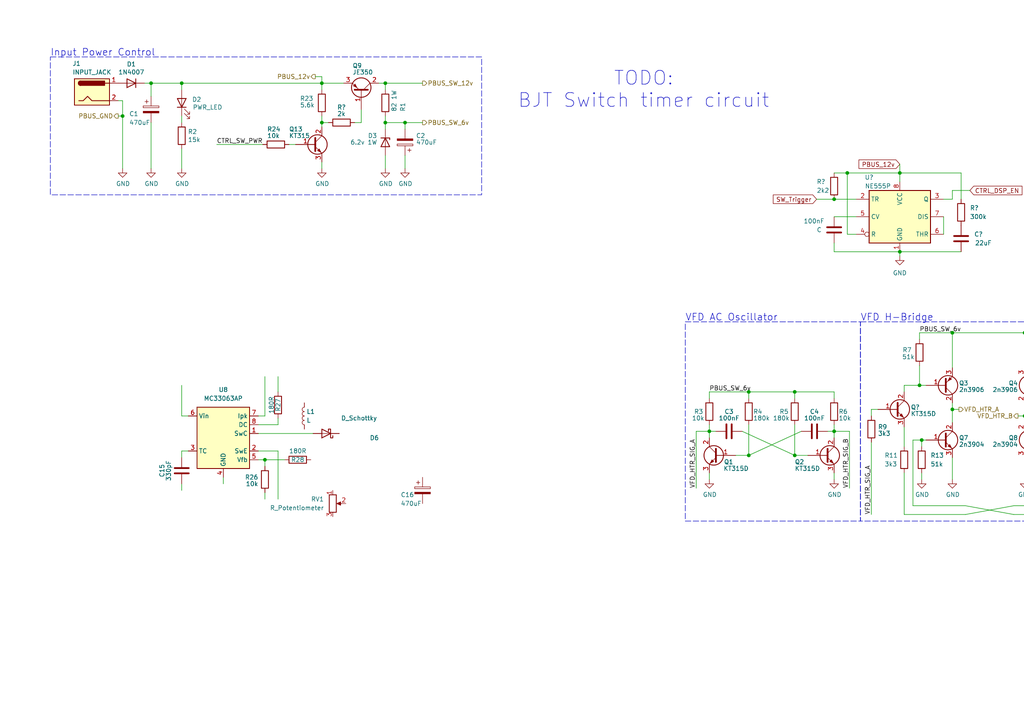
<source format=kicad_sch>
(kicad_sch (version 20250114) (generator "eeschema") (generator_version "9.0")
  (paper "A4")
  (title_block (title "IV-6 VFD Clock") (date "2025-07-06") (rev "MkII") (company "ADBeta"))
  (lib_symbols
    (symbol "Connector:Barrel_Jack" (pin_names (offset 1.016))
      (property "Reference" "J" (at 0 5.334 0))
      (property "Value" "Barrel_Jack" (at 0 -5.08 0))
      (symbol "Barrel_Jack_0_1"
        (rectangle (start -5.08 3.81) (end 5.08 -3.81) (stroke (width 0.254)) (fill (type background)))
        (polyline (pts (xy -3.81 -2.54) (xy -2.54 -2.54) (xy -1.27 -1.27) (xy 0 -2.54) (xy 2.54 -2.54) (xy 5.08 -2.54)) (stroke (width 0.254)))
        (arc (start -3.302 1.905) (mid -3.9342 2.54) (end -3.302 3.175) (stroke (width 0.254)))
        (arc (start -3.302 1.905) (mid -3.9342 2.54) (end -3.302 3.175) (stroke (width 0.254)) (fill (type outline)))
        (rectangle (start 3.683 3.175) (end -3.302 1.905) (stroke (width 0.254)) (fill (type outline)))
        (polyline (pts (xy 5.08 2.54) (xy 3.81 2.54)) (stroke (width 0.254)))
      )
      (symbol "Barrel_Jack_1_1"
        (pin passive line (at 7.62 2.54 180) (length 2.54) (name "~") (number "1"))
        (pin passive line (at 7.62 -2.54 180) (length 2.54) (name "~") (number "2"))
      )
    )
    (symbol "Device:C" (pin_numbers (hide yes)) (pin_names (offset 0.254))
      (property "Reference" "C" (at 0.635 2.54 0))
      (property "Value" "C" (at 0.635 -2.54 0))
      (symbol "C_0_1"
        (polyline (pts (xy -2.032 0.762) (xy 2.032 0.762)) (stroke (width 0.508)))
        (polyline (pts (xy -2.032 -0.762) (xy 2.032 -0.762)) (stroke (width 0.508)))
      )
      (symbol "C_1_1"
        (pin passive line (at 0 3.81 270) (length 2.794) (name "~") (number "1"))
        (pin passive line (at 0 -3.81 90) (length 2.794) (name "~") (number "2"))
      )
    )
    (symbol "Device:CP" (pin_numbers (hide yes)) (pin_names (offset 0.254))
      (property "Reference" "C" (at 0.635 2.54 0))
      (property "Value" "Device_CP" (at 0.635 -2.54 0))
      (symbol "CP_0_1"
        (rectangle (start -2.286 0.508) (end 2.286 1.016))
        (polyline (pts (xy -1.778 2.286) (xy -0.762 2.286)))
        (polyline (pts (xy -1.27 2.794) (xy -1.27 1.778)))
        (rectangle (start 2.286 -0.508) (end -2.286 -1.016) (fill (type outline)))
      )
      (symbol "CP_1_1"
        (pin passive line (at 0 3.81 270) (length 2.794) (name "~") (number "1"))
        (pin passive line (at 0 -3.81 90) (length 2.794) (name "~") (number "2"))
      )
    )
    (symbol "Device:D" (pin_numbers (hide yes)) (pin_names (offset 1.016) (hide yes))
      (property "Reference" "D" (at 0 2.54 0))
      (property "Value" "D" (at 0 -2.54 0))
      (symbol "D_0_1"
        (polyline (pts (xy -1.27 1.27) (xy -1.27 -1.27)) (stroke (width 0.254)))
        (polyline (pts (xy 1.27 1.27) (xy 1.27 -1.27) (xy -1.27 0) (xy 1.27 1.27)) (stroke (width 0.254)))
        (polyline (pts (xy 1.27 0) (xy -1.27 0)))
      )
      (symbol "D_1_1"
        (pin passive line (at -3.81 0 0) (length 2.54) (name "K") (number "1"))
        (pin passive line (at 3.81 0 180) (length 2.54) (name "A") (number "2"))
      )
    )
    (symbol "Device:D_Schottky" (pin_numbers (hide yes)) (pin_names (offset 1.016) (hide yes))
      (property "Reference" "D" (at 0 2.54 0))
      (property "Value" "D_Schottky" (at 0 -2.54 0))
      (symbol "D_Schottky_0_1"
        (polyline (pts (xy -1.905 0.635) (xy -1.905 1.27) (xy -1.27 1.27) (xy -1.27 -1.27) (xy -0.635 -1.27) (xy -0.635 -0.635)) (stroke (width 0.254)))
        (polyline (pts (xy 1.27 1.27) (xy 1.27 -1.27) (xy -1.27 0) (xy 1.27 1.27)) (stroke (width 0.254)))
        (polyline (pts (xy 1.27 0) (xy -1.27 0)))
      )
      (symbol "D_Schottky_1_1"
        (pin passive line (at -3.81 0 0) (length 2.54) (name "K") (number "1"))
        (pin passive line (at 3.81 0 180) (length 2.54) (name "A") (number "2"))
      )
    )
    (symbol "Device:D_Zener" (pin_numbers (hide yes)) (pin_names (offset 1.016) (hide yes))
      (property "Reference" "D" (at 0 2.54 0))
      (property "Value" "D_Zener" (at 0 -2.54 0))
      (symbol "D_Zener_0_1"
        (polyline (pts (xy -1.27 -1.27) (xy -1.27 1.27) (xy -0.762 1.27)) (stroke (width 0.254)))
        (polyline (pts (xy 1.27 0) (xy -1.27 0)))
        (polyline (pts (xy 1.27 -1.27) (xy 1.27 1.27) (xy -1.27 0) (xy 1.27 -1.27)) (stroke (width 0.254)))
      )
      (symbol "D_Zener_1_1"
        (pin passive line (at -3.81 0 0) (length 2.54) (name "K") (number "1"))
        (pin passive line (at 3.81 0 180) (length 2.54) (name "A") (number "2"))
      )
    )
    (symbol "Device:L" (pin_numbers (hide yes)) (pin_names (offset 1.016) (hide yes))
      (property "Reference" "L" (at -1.27 0 90))
      (property "Value" "L" (at 1.905 0 90))
      (symbol "L_0_1"
        (arc (start 0 2.54) (mid 0.6323 1.905) (end 0 1.27))
        (arc (start 0 1.27) (mid 0.6323 0.635) (end 0 0))
        (arc (start 0 0) (mid 0.6323 -0.635) (end 0 -1.27))
        (arc (start 0 -1.27) (mid 0.6323 -1.905) (end 0 -2.54))
      )
      (symbol "L_1_1"
        (pin passive line (at 0 3.81 270) (length 1.27) (name "1") (number "1"))
        (pin passive line (at 0 -3.81 90) (length 1.27) (name "2") (number "2"))
      )
    )
    (symbol "Device:LED" (pin_numbers (hide yes)) (pin_names (offset 1.016) (hide yes))
      (property "Reference" "D" (at 0 2.54 0))
      (property "Value" "LED" (at 0 -2.54 0))
      (symbol "LED_0_1"
        (polyline (pts (xy -3.048 -0.762) (xy -4.572 -2.286) (xy -3.81 -2.286) (xy -4.572 -2.286) (xy -4.572 -1.524)))
        (polyline (pts (xy -1.778 -0.762) (xy -3.302 -2.286) (xy -2.54 -2.286) (xy -3.302 -2.286) (xy -3.302 -1.524)))
        (polyline (pts (xy -1.27 0) (xy 1.27 0)))
        (polyline (pts (xy -1.27 -1.27) (xy -1.27 1.27)) (stroke (width 0.254)))
        (polyline (pts (xy 1.27 -1.27) (xy 1.27 1.27) (xy -1.27 0) (xy 1.27 -1.27)) (stroke (width 0.254)))
      )
      (symbol "LED_1_1"
        (pin passive line (at -3.81 0 0) (length 2.54) (name "K") (number "1"))
        (pin passive line (at 3.81 0 180) (length 2.54) (name "A") (number "2"))
      )
    )
    (symbol "Device:Q_NPN_BCE" (pin_names (offset 0) (hide yes))
      (property "Reference" "Q" (at 5.08 1.27 0))
      (property "Value" "Q_NPN_BCE" (at 5.08 -1.27 0))
      (symbol "Q_NPN_BCE_0_1"
        (polyline (pts (xy 0.635 1.905) (xy 0.635 -1.905) (xy 0.635 -1.905)) (stroke (width 0.508)))
        (polyline (pts (xy 0.635 0.635) (xy 2.54 2.54)))
        (polyline (pts (xy 0.635 -0.635) (xy 2.54 -2.54) (xy 2.54 -2.54)))
        (circle (center 1.27 0) (radius 2.8194) (stroke (width 0.254)))
        (polyline (pts (xy 1.27 -1.778) (xy 1.778 -1.27) (xy 2.286 -2.286) (xy 1.27 -1.778) (xy 1.27 -1.778)) (fill (type outline)))
      )
      (symbol "Q_NPN_BCE_1_1"
        (pin input line (at -5.08 0 0) (length 5.715) (name "B") (number "1"))
        (pin passive line (at 2.54 5.08 270) (length 2.54) (name "C") (number "2"))
        (pin passive line (at 2.54 -5.08 90) (length 2.54) (name "E") (number "3"))
      )
    )
    (symbol "Device:Q_PNP_BCE" (pin_names (offset 0) (hide yes))
      (property "Reference" "Q" (at 5.08 1.27 0))
      (property "Value" "Q_PNP_BCE" (at 5.08 -1.27 0))
      (symbol "Q_PNP_BCE_0_1"
        (polyline (pts (xy 0.635 1.905) (xy 0.635 -1.905) (xy 0.635 -1.905)) (stroke (width 0.508)))
        (polyline (pts (xy 0.635 0.635) (xy 2.54 2.54)))
        (polyline (pts (xy 0.635 -0.635) (xy 2.54 -2.54) (xy 2.54 -2.54)))
        (circle (center 1.27 0) (radius 2.8194) (stroke (width 0.254)))
        (polyline (pts (xy 2.286 -1.778) (xy 1.778 -2.286) (xy 1.27 -1.27) (xy 2.286 -1.778) (xy 2.286 -1.778)) (fill (type outline)))
      )
      (symbol "Q_PNP_BCE_1_1"
        (pin input line (at -5.08 0 0) (length 5.715) (name "B") (number "1"))
        (pin passive line (at 2.54 5.08 270) (length 2.54) (name "C") (number "2"))
        (pin passive line (at 2.54 -5.08 90) (length 2.54) (name "E") (number "3"))
      )
    )
    (symbol "Device:R" (pin_numbers (hide yes)) (pin_names (offset 0))
      (property "Reference" "R" (at 2.032 0 90))
      (property "Value" "R" (at 0 0 90))
      (symbol "R_0_1"
        (rectangle (start -1.016 -2.54) (end 1.016 2.54) (stroke (width 0.254)))
      )
      (symbol "R_1_1"
        (pin passive line (at 0 3.81 270) (length 1.27) (name "~") (number "1"))
        (pin passive line (at 0 -3.81 90) (length 1.27) (name "~") (number "2"))
      )
    )
    (symbol "Device:R_Potentiometer" (pin_names (offset 1.016) (hide yes))
      (property "Reference" "RV" (at -4.445 0 90))
      (property "Value" "R_Potentiometer" (at -2.54 0 90))
      (symbol "R_Potentiometer_0_1"
        (rectangle (start 1.016 2.54) (end -1.016 -2.54) (stroke (width 0.254)))
        (polyline (pts (xy 1.143 0) (xy 2.286 0.508) (xy 2.286 -0.508) (xy 1.143 0)) (fill (type outline)))
        (polyline (pts (xy 2.54 0) (xy 1.524 0)))
      )
      (symbol "R_Potentiometer_1_1"
        (pin passive line (at 0 3.81 270) (length 1.27) (name "1") (number "1"))
        (pin passive line (at 0 -3.81 90) (length 1.27) (name "3") (number "3"))
        (pin passive line (at 3.81 0 180) (length 1.27) (name "2") (number "2"))
      )
    )
    (symbol "Regulator_Switching:MC33063AP"
      (property "Reference" "U" (at -7.62 8.89 0))
      (property "Value" "MC33063AP" (at 0 8.89 0))
      (symbol "MC33063AP_0_1"
        (rectangle (start -7.62 7.62) (end 7.62 -10.16) (stroke (width 0.254)) (fill (type background)))
      )
      (symbol "MC33063AP_1_1"
        (pin power_in line (at -10.16 5.08 0) (length 2.54) (name "Vin") (number "6"))
        (pin passive line (at -10.16 -5.08 0) (length 2.54) (name "TC") (number "3"))
        (pin power_in line (at 0 -12.7 90) (length 2.54) (name "GND") (number "4"))
        (pin input line (at 10.16 5.08 180) (length 2.54) (name "Ipk") (number "7"))
        (pin open_collector line (at 10.16 2.54 180) (length 2.54) (name "DC") (number "8"))
        (pin open_collector line (at 10.16 0 180) (length 2.54) (name "SwC") (number "1"))
        (pin open_emitter line (at 10.16 -5.08 180) (length 2.54) (name "SwE") (number "2"))
        (pin input line (at 10.16 -7.62 180) (length 2.54) (name "Vfb") (number "5"))
      )
    )
    (symbol "Timer:NE555P"
      (property "Reference" "U" (at -10.16 8.89 0))
      (property "Value" "NE555P" (at 2.54 8.89 0))
      (symbol "NE555P_0_0"
        (pin power_in line (at 0 10.16 270) (length 2.54) (name "VCC") (number "8"))
        (pin power_in line (at 0 -10.16 90) (length 2.54) (name "GND") (number "1"))
      )
      (symbol "NE555P_0_1"
        (rectangle (start -8.89 -7.62) (end 8.89 7.62) (stroke (width 0.254)) (fill (type background)))
        (rectangle (start -8.89 -7.62) (end 8.89 7.62) (stroke (width 0.254)) (fill (type background)))
      )
      (symbol "NE555P_1_1"
        (pin input line (at -12.7 5.08 0) (length 3.81) (name "TR") (number "2"))
        (pin input line (at -12.7 0 0) (length 3.81) (name "CV") (number "5"))
        (pin input inverted (at -12.7 -5.08 0) (length 3.81) (name "R") (number "4"))
        (pin output line (at 12.7 5.08 180) (length 3.81) (name "Q") (number "3"))
        (pin input line (at 12.7 0 180) (length 3.81) (name "DIS") (number "7"))
        (pin input line (at 12.7 -5.08 180) (length 3.81) (name "THR") (number "6"))
      )
    )
    (symbol "power:GND" (power) (pin_names (offset 0))
      (property "Value" "GND" (at 0 -3.81 0))
      (symbol "GND_0_1"
        (polyline (pts (xy 0 0) (xy 0 -1.27) (xy 1.27 -1.27) (xy 0 -2.54) (xy -1.27 -1.27) (xy 0 -1.27)))
      )
      (symbol "GND_1_1"
        (pin power_in line (at 0 0 270) (length 0) (hide yes) (name "GND") (number "1"))
      )
    )
  )
  (rectangle (start 198.755 93.345) (end 249.555 151.13) (stroke (width 0) (type dash)))
  (rectangle (start 249.555 93.345) (end 323.85 151.13) (stroke (width 0) (type dash)))
  (rectangle (start 14.605 16.51) (end 139.7 56.515) (stroke (width 0) (type dash)))
  (text "VFD AC Oscillator" (at 198.755 93.345 0) (effects (font (size 2 2)) (justify left bottom)))
  (text "TODO:\nBJT Switch timer circuit" (at 186.69 26.035 0) (effects (font (size 4 4))))
  (text "VFD H-Bridge" (at 249.555 93.345 0) (effects (font (size 2 2)) (justify left bottom)))
  (text "Input Power Control" (at 14.605 16.51 0) (effects (font (size 2 2)) (justify left bottom)))
  (junction (at 76.835 133.35))
  (junction (at 93.345 24.13))
  (junction (at 230.505 113.665))
  (junction (at 217.17 113.665))
  (junction (at 306.07 127.635))
  (junction (at 297.18 120.65))
  (junction (at 276.225 118.745))
  (junction (at 260.985 73.025))
  (junction (at 241.935 125.095))
  (junction (at 35.56 33.655))
  (junction (at 43.815 24.13))
  (junction (at 266.7 111.76))
  (junction (at 205.74 125.095))
  (junction (at 297.18 96.52))
  (junction (at 260.985 50.165))
  (junction (at 245.745 50.165))
  (junction (at 117.475 35.56))
  (junction (at 241.935 57.785))
  (junction (at 111.76 24.13))
  (junction (at 93.345 35.56))
  (junction (at 111.76 35.56))
  (junction (at 267.335 127.635))
  (junction (at 52.705 24.13))
  (junction (at 276.225 96.52))
  (junction (at 306.705 111.76))
  (junction (at 230.505 132.08))
  (junction (at 217.17 132.08))
  (wire (pts (xy 111.76 35.56) (xy 117.475 35.56)))
  (wire (pts (xy 320.675 128.27) (xy 320.675 149.225)))
  (wire (pts (xy 91.44 22.225) (xy 93.345 22.225)))
  (wire (pts (xy 35.56 29.21) (xy 34.29 29.21)))
  (wire (pts (xy 111.76 45.085) (xy 111.76 48.895)))
  (wire (pts (xy 234.315 132.08) (xy 230.505 132.08)))
  (wire (pts (xy 41.91 24.13) (xy 43.815 24.13)))
  (wire (pts (xy 311.15 149.225) (xy 311.15 137.16)))
  (wire (pts (xy 241.935 123.19) (xy 241.935 125.095)))
  (wire (pts (xy 240.03 125.095) (xy 241.935 125.095)))
  (wire (pts (xy 43.815 24.13) (xy 43.815 27.94)))
  (wire (pts (xy 205.74 113.665) (xy 205.74 115.57)))
  (wire (pts (xy 52.705 35.56) (xy 52.705 33.655)))
  (wire (pts (xy 297.18 96.52) (xy 306.705 96.52)))
  (wire (pts (xy 93.345 36.83) (xy 93.345 35.56)))
  (wire (pts (xy 266.7 106.045) (xy 266.7 111.76)))
  (wire (pts (xy 76.835 142.875) (xy 76.835 144.78)))
  (wire (pts (xy 267.335 129.54) (xy 267.335 127.635)))
  (wire (pts (xy 246.38 141.605) (xy 246.38 125.095)))
  (wire (pts (xy 52.705 140.335) (xy 52.705 142.24)))
  (wire (pts (xy 304.8 111.76) (xy 306.705 111.76)))
  (wire (pts (xy 109.855 24.13) (xy 111.76 24.13)))
  (wire (pts (xy 306.705 106.045) (xy 306.705 111.76)))
  (wire (pts (xy 297.18 132.715) (xy 297.18 139.065)))
  (wire (pts (xy 276.225 57.785) (xy 276.225 55.245)))
  (wire (pts (xy 241.935 113.665) (xy 241.935 115.57)))
  (wire (pts (xy 241.935 57.785) (xy 248.285 57.785)))
  (wire (pts (xy 297.18 120.65) (xy 297.18 122.555)))
  (wire (pts (xy 217.17 123.19) (xy 217.17 132.08)))
  (wire (pts (xy 241.935 62.865) (xy 248.285 62.865)))
  (wire (pts (xy 262.255 111.76) (xy 266.7 111.76)))
  (wire (pts (xy 201.93 125.095) (xy 205.74 125.095)))
  (wire (pts (xy 280.035 146.685) (xy 264.795 146.685)))
  (wire (pts (xy 52.705 111.76) (xy 52.705 120.65)))
  (wire (pts (xy 246.38 125.095) (xy 241.935 125.095)))
  (wire (pts (xy 295.275 120.65) (xy 297.18 120.65)))
  (wire (pts (xy 93.345 22.225) (xy 93.345 24.13)))
  (wire (pts (xy 64.77 138.43) (xy 64.77 140.335)))
  (wire (pts (xy 306.705 96.52) (xy 306.705 98.425)))
  (wire (pts (xy 276.225 96.52) (xy 276.225 106.68)))
  (wire (pts (xy 76.835 133.35) (xy 82.55 133.35)))
  (wire (pts (xy 74.93 120.65) (xy 76.835 120.65)))
  (wire (pts (xy 245.745 50.165) (xy 245.745 67.945)))
  (wire (pts (xy 273.685 57.785) (xy 276.225 57.785)))
  (wire (pts (xy 306.07 129.54) (xy 306.07 127.635)))
  (wire (pts (xy 308.61 127.635) (xy 306.07 127.635)))
  (wire (pts (xy 117.475 35.56) (xy 122.555 35.56)))
  (wire (pts (xy 266.7 96.52) (xy 276.225 96.52)))
  (wire (pts (xy 215.265 125.095) (xy 230.505 132.08)))
  (wire (pts (xy 93.345 24.13) (xy 99.695 24.13)))
  (wire (pts (xy 93.345 26.035) (xy 93.345 24.13)))
  (wire (pts (xy 267.335 139.065) (xy 267.335 137.16)))
  (wire (pts (xy 117.475 45.085) (xy 117.475 48.895)))
  (wire (pts (xy 278.765 57.785) (xy 278.765 50.165)))
  (wire (pts (xy 262.255 137.16) (xy 262.255 149.225)))
  (wire (pts (xy 276.225 96.52) (xy 297.18 96.52)))
  (wire (pts (xy 35.56 33.655) (xy 35.56 48.895)))
  (wire (pts (xy 52.705 130.81) (xy 52.705 132.715)))
  (wire (pts (xy 262.255 113.665) (xy 262.255 111.76)))
  (wire (pts (xy 74.93 130.81) (xy 80.645 130.81)))
  (wire (pts (xy 205.74 139.065) (xy 205.74 137.16)))
  (wire (pts (xy 43.815 35.56) (xy 43.815 48.895)))
  (wire (pts (xy 241.935 127) (xy 241.935 125.095)))
  (wire (pts (xy 294.005 149.225) (xy 280.035 146.685)))
  (wire (pts (xy 252.73 120.65) (xy 252.73 118.745)))
  (wire (pts (xy 52.705 26.035) (xy 52.705 24.13)))
  (wire (pts (xy 311.15 123.825) (xy 311.15 129.54)))
  (wire (pts (xy 111.76 24.13) (xy 111.76 26.035)))
  (wire (pts (xy 111.76 33.655) (xy 111.76 35.56)))
  (wire (pts (xy 276.225 118.745) (xy 278.13 118.745)))
  (wire (pts (xy 306.07 139.065) (xy 306.07 137.16)))
  (wire (pts (xy 232.41 125.095) (xy 217.17 132.08)))
  (wire (pts (xy 76.835 133.35) (xy 76.835 135.255)))
  (wire (pts (xy 62.865 41.91) (xy 76.2 41.91)))
  (wire (pts (xy 241.935 50.165) (xy 245.745 50.165)))
  (wire (pts (xy 260.985 50.165) (xy 260.985 52.705)))
  (wire (pts (xy 35.56 29.21) (xy 35.56 33.655)))
  (wire (pts (xy 104.775 31.75) (xy 104.775 35.56)))
  (wire (pts (xy 93.345 48.895) (xy 93.345 46.99)))
  (wire (pts (xy 230.505 113.665) (xy 230.505 115.57)))
  (wire (pts (xy 93.345 35.56) (xy 93.345 33.655)))
  (wire (pts (xy 230.505 123.19) (xy 230.505 132.08)))
  (wire (pts (xy 252.73 118.745) (xy 254.635 118.745)))
  (wire (pts (xy 266.7 96.52) (xy 266.7 98.425)))
  (wire (pts (xy 278.765 50.165) (xy 260.985 50.165)))
  (wire (pts (xy 230.505 113.665) (xy 217.17 113.665)))
  (wire (pts (xy 43.815 24.13) (xy 52.705 24.13)))
  (wire (pts (xy 308.61 146.685) (xy 308.61 127.635)))
  (wire (pts (xy 74.93 133.35) (xy 76.835 133.35)))
  (wire (pts (xy 201.93 141.605) (xy 201.93 125.095)))
  (wire (pts (xy 230.505 113.665) (xy 241.935 113.665)))
  (wire (pts (xy 205.74 113.665) (xy 217.17 113.665)))
  (wire (pts (xy 311.15 111.76) (xy 311.15 113.665)))
  (wire (pts (xy 294.005 146.685) (xy 308.61 146.685)))
  (wire (pts (xy 83.82 41.91) (xy 85.725 41.91)))
  (wire (pts (xy 306.705 111.76) (xy 311.15 111.76)))
  (wire (pts (xy 213.36 132.08) (xy 217.17 132.08)))
  (wire (pts (xy 297.18 96.52) (xy 297.18 106.68)))
  (wire (pts (xy 297.18 116.84) (xy 297.18 120.65)))
  (wire (pts (xy 276.225 116.84) (xy 276.225 118.745)))
  (wire (pts (xy 260.985 47.625) (xy 260.985 50.165)))
  (wire (pts (xy 207.645 125.095) (xy 205.74 125.095)))
  (wire (pts (xy 320.675 118.745) (xy 318.77 118.745)))
  (wire (pts (xy 248.285 67.945) (xy 245.745 67.945)))
  (wire (pts (xy 111.76 35.56) (xy 111.76 37.465)))
  (wire (pts (xy 74.93 125.73) (xy 90.805 125.73)))
  (wire (pts (xy 34.29 33.655) (xy 35.56 33.655)))
  (wire (pts (xy 245.745 50.165) (xy 260.985 50.165)))
  (wire (pts (xy 266.7 111.76) (xy 268.605 111.76)))
  (wire (pts (xy 262.255 123.825) (xy 262.255 129.54)))
  (wire (pts (xy 241.935 139.065) (xy 241.935 137.16)))
  (wire (pts (xy 262.255 149.225) (xy 280.035 149.225)))
  (wire (pts (xy 74.93 123.19) (xy 80.645 123.19)))
  (wire (pts (xy 95.25 35.56) (xy 93.345 35.56)))
  (wire (pts (xy 260.985 73.025) (xy 260.985 74.295)))
  (wire (pts (xy 280.035 149.225) (xy 294.005 146.685)))
  (wire (pts (xy 217.17 113.665) (xy 217.17 115.57)))
  (wire (pts (xy 264.795 127.635) (xy 267.335 127.635)))
  (wire (pts (xy 80.645 130.81) (xy 80.645 144.78)))
  (wire (pts (xy 80.645 123.19) (xy 80.645 121.285)))
  (wire (pts (xy 52.705 48.895) (xy 52.705 43.18)))
  (wire (pts (xy 54.61 120.65) (xy 52.705 120.65)))
  (wire (pts (xy 273.685 62.865) (xy 273.685 67.945)))
  (wire (pts (xy 102.87 35.56) (xy 104.775 35.56)))
  (wire (pts (xy 252.73 128.27) (xy 252.73 149.225)))
  (wire (pts (xy 260.985 73.025) (xy 241.935 73.025)))
  (wire (pts (xy 304.8 127.635) (xy 306.07 127.635)))
  (wire (pts (xy 54.61 130.81) (xy 52.705 130.81)))
  (wire (pts (xy 76.835 109.22) (xy 76.835 120.65)))
  (wire (pts (xy 320.675 120.65) (xy 320.675 118.745)))
  (wire (pts (xy 267.335 127.635) (xy 268.605 127.635)))
  (wire (pts (xy 205.74 127) (xy 205.74 125.095)))
  (wire (pts (xy 276.225 118.745) (xy 276.225 122.555)))
  (wire (pts (xy 264.795 146.685) (xy 264.795 127.635)))
  (wire (pts (xy 236.855 57.785) (xy 241.935 57.785)))
  (wire (pts (xy 205.74 123.19) (xy 205.74 125.095)))
  (wire (pts (xy 276.225 55.245) (xy 281.305 55.245)))
  (wire (pts (xy 117.475 35.56) (xy 117.475 37.465)))
  (wire (pts (xy 260.985 73.025) (xy 278.765 73.025)))
  (wire (pts (xy 52.705 24.13) (xy 93.345 24.13)))
  (wire (pts (xy 241.935 73.025) (xy 241.935 70.485)))
  (wire (pts (xy 294.005 149.225) (xy 311.15 149.225)))
  (wire (pts (xy 80.645 109.22) (xy 80.645 113.665)))
  (wire (pts (xy 111.76 24.13) (xy 122.555 24.13)))
  (wire (pts (xy 276.225 132.715) (xy 276.225 139.065)))
  (label "CTRL_SW_PWR" (at 62.865 41.91 0))
  (label "PBUS_SW_6v" (at 266.7 96.52 0))
  (label "VFD_HTR_SIG_B" (at 246.38 141.605 90))
  (label "VFD_HTR_SIG_B" (at 320.675 149.225 90))
  (label "VFD_HTR_SIG_A" (at 201.93 141.605 90))
  (label "VFD_HTR_SIG_A" (at 252.73 149.225 90))
  (label "PBUS_SW_6v" (at 205.74 113.665 0))
  (global_label "PBUS_12v" (shape input) (at 260.985 47.625 180) (property "Intersheetrefs" "${INTERSHEET_REFS}" (effects (hide yes))))
  (global_label "CTRL_DSP_EN" (shape input) (at 281.305 55.245 0) (property "Intersheetrefs" "${INTERSHEET_REFS}" (effects (hide yes))))
  (global_label "SW_Trigger" (shape input) (at 236.855 57.785 180) (property "Intersheetrefs" "${INTERSHEET_REFS}" (effects (hide yes))))
  (hierarchical_label "PBUS_SW_6v" (shape output) (at 122.555 35.56 0))
  (hierarchical_label "VFD_HTR_B" (shape output) (at 295.275 120.65 180))
  (hierarchical_label "PBUS_SW_12v" (shape output) (at 122.555 24.13 0))
  (hierarchical_label "VFD_HTR_A" (shape output) (at 278.13 118.745 0))
  (hierarchical_label "PBUS_12v" (shape output) (at 91.44 22.225 180))
  (hierarchical_label "PBUS_GND" (shape output) (at 34.29 33.655 180))
  (symbol (lib_id "Connector:Barrel_Jack") (at 26.67 26.67 0) (unit 1)
    (property "Reference" "J1" (at 22.225 18.415 0))
    (property "Value" "INPUT_JACK" (at 26.67 20.955 0))
  )
  (symbol (lib_id "Device:D") (at 38.1 24.13 180) (unit 1)
    (property "Reference" "D1" (at 38.1 18.6182 0))
    (property "Value" "1N4007" (at 38.1 20.9296 0))
    (property "Footprint" "Diode_THT:D_DO-41_SOD81_P7.62mm_Horizontal" (effects (hide yes)))
  )
  (symbol (lib_id "power:GND") (at 35.56 48.895 0) (unit 1)
    (property "Reference" "#PWR?" (effects (hide yes)))
    (property "Value" "GND" (at 35.687 53.2892 0))
  )
  (symbol (lib_id "Device:LED") (at 52.705 29.845 90) (unit 1)
    (property "Reference" "D2" (at 55.7022 28.8544 90) (effects (justify right)))
    (property "Value" "PWR_LED" (at 55.88 31.115 90) (effects (justify right)))
    (property "Footprint" "LED_THT:LED_D5.0mm" (effects (hide yes)))
  )
  (symbol (lib_id "Device:R") (at 52.705 39.37 0) (unit 1)
    (property "Reference" "R2" (at 54.483 38.2016 0) (effects (justify left)))
    (property "Value" "15k" (at 54.483 40.513 0) (effects (justify left)))
  )
  (symbol (lib_id "Device:CP") (at 43.815 31.75 0) (unit 1)
    (property "Reference" "C1" (at 37.465 33.02 0) (effects (justify left)))
    (property "Value" "470uF" (at 37.465 35.56 0) (effects (justify left)))
  )
  (symbol (lib_id "power:GND") (at 43.815 48.895 0) (unit 1)
    (property "Reference" "#PWR?" (effects (hide yes)))
    (property "Value" "GND" (at 43.942 53.2892 0))
  )
  (symbol (lib_id "power:GND") (at 52.705 48.895 0) (unit 1)
    (property "Reference" "#PWR?" (effects (hide yes)))
    (property "Value" "GND" (at 52.832 53.2892 0))
  )
  (symbol (lib_id "Device:Q_NPN_BCE") (at 273.685 127.635 0) (unit 1)
    (property "Reference" "Q7" (at 278.13 127 0) (effects (justify left)))
    (property "Value" "2n3904" (at 278.13 128.905 0) (effects (justify left)))
    (property "Footprint" "Lib_Custom:KT3xx_BCE_Transistor" (effects (hide yes)))
  )
  (symbol (lib_id "Device:Q_NPN_BCE") (at 299.72 127.635 0) (mirror y) (unit 1)
    (property "Reference" "Q8" (at 295.275 127 0) (effects (justify left)))
    (property "Value" "2n3904" (at 295.275 128.905 0) (effects (justify left)))
    (property "Footprint" "Lib_Custom:KT3xx_BCE_Transistor" (effects (hide yes)))
  )
  (symbol (lib_id "Device:Q_PNP_BCE") (at 299.72 111.76 180) (unit 1)
    (property "Reference" "Q4" (at 295.275 111.125 0) (effects (justify left)))
    (property "Value" "2n3906" (at 295.275 113.03 0) (effects (justify left)))
    (property "Footprint" "Lib_Custom:KT3xx_BCE_Transistor" (effects (hide yes)))
  )
  (symbol (lib_id "Device:Q_PNP_BCE") (at 273.685 111.76 0) (mirror x) (unit 1)
    (property "Reference" "Q3" (at 278.13 111.125 0) (effects (justify left)))
    (property "Value" "2n3906" (at 278.13 113.03 0) (effects (justify left)))
    (property "Footprint" "Lib_Custom:KT3xx_BCE_Transistor" (effects (hide yes)))
  )
  (symbol (lib_id "Device:R") (at 267.335 133.35 0) (unit 1)
    (property "Reference" "R13" (at 269.875 132.08 0) (effects (justify left)))
    (property "Value" "51k" (at 269.875 134.62 0) (effects (justify left)))
  )
  (symbol (lib_id "Device:R") (at 306.07 133.35 0) (unit 1)
    (property "Reference" "R14" (at 300.355 132.08 0) (effects (justify left)))
    (property "Value" "51k" (at 300.355 134.62 0) (effects (justify left)))
  )
  (symbol (lib_id "Device:R") (at 306.705 102.235 0) (unit 1)
    (property "Reference" "R8" (at 308.61 101.6 0) (effects (justify left)))
    (property "Value" "51k" (at 308.483 103.378 0) (effects (justify left)))
  )
  (symbol (lib_id "Device:R") (at 266.7 102.235 0) (unit 1)
    (property "Reference" "R7" (at 261.747 101.4984 0) (effects (justify left)))
    (property "Value" "51k" (at 261.62 103.505 0) (effects (justify left)))
  )
  (symbol (lib_id "power:GND") (at 276.225 139.065 0) (unit 1)
    (property "Reference" "#PWR?" (effects (hide yes)))
    (property "Value" "GND" (at 276.352 143.4592 0))
  )
  (symbol (lib_id "power:GND") (at 267.335 139.065 0) (unit 1)
    (property "Reference" "#PWR?" (effects (hide yes)))
    (property "Value" "GND" (at 267.462 143.4592 0))
  )
  (symbol (lib_id "power:GND") (at 297.18 139.065 0) (unit 1)
    (property "Reference" "#PWR?" (effects (hide yes)))
    (property "Value" "GND" (at 297.307 143.4592 0))
  )
  (symbol (lib_id "power:GND") (at 306.07 139.065 0) (unit 1)
    (property "Reference" "#PWR?" (effects (hide yes)))
    (property "Value" "GND" (at 306.197 143.4592 0))
  )
  (symbol (lib_id "Device:R") (at 262.255 133.35 0) (unit 1)
    (property "Reference" "R11" (at 256.54 132.08 0) (effects (justify left)))
    (property "Value" "3k3" (at 256.54 134.62 0) (effects (justify left)))
  )
  (symbol (lib_id "Device:R") (at 311.15 133.35 0) (unit 1)
    (property "Reference" "R12" (at 312.928 132.1816 0) (effects (justify left)))
    (property "Value" "3k3" (at 312.928 134.493 0) (effects (justify left)))
  )
  (symbol (lib_id "Device:R") (at 320.675 124.46 180) (unit 1)
    (property "Reference" "R10" (at 318.77 123.825 0) (effects (justify left)))
    (property "Value" "3k3" (at 318.77 125.73 0) (effects (justify left)))
  )
  (symbol (lib_id "Device:R") (at 252.73 124.46 0) (mirror y) (unit 1)
    (property "Reference" "R9" (at 254.635 123.825 0) (effects (justify right)))
    (property "Value" "3k3" (at 254.635 125.73 0) (effects (justify right)))
  )
  (symbol (lib_id "Device:Q_NPN_BCE") (at 239.395 132.08 0) (unit 1)
    (property "Reference" "Q2" (at 230.505 133.985 0) (effects (justify left)))
    (property "Value" "KT315D" (at 230.505 135.89 0) (effects (justify left)))
    (property "Footprint" "Lib_Custom:KT3xx_BCE_Transistor" (effects (hide yes)))
  )
  (symbol (lib_id "Device:Q_NPN_BCE") (at 208.28 132.08 0) (mirror y) (unit 1)
    (property "Reference" "Q1" (at 212.725 133.985 0) (effects (justify left)))
    (property "Value" "KT315D" (at 217.17 135.89 0) (effects (justify left)))
    (property "Footprint" "Lib_Custom:KT3xx_BCE_Transistor" (effects (hide yes)))
  )
  (symbol (lib_id "Device:R") (at 230.505 119.38 0) (mirror y) (unit 1)
    (property "Reference" "R5" (at 226.06 119.38 0) (effects (justify right)))
    (property "Value" "180k" (at 224.155 121.285 0) (effects (justify right)))
  )
  (symbol (lib_id "Device:R") (at 217.17 119.38 180) (unit 1)
    (property "Reference" "R4" (at 218.44 119.38 0) (effects (justify right)))
    (property "Value" "180k" (at 218.44 121.285 0) (effects (justify right)))
  )
  (symbol (lib_id "Device:R") (at 241.935 119.38 0) (unit 1)
    (property "Reference" "R6" (at 243.205 119.38 0) (effects (justify left)))
    (property "Value" "10k" (at 243.205 121.285 0) (effects (justify left)))
  )
  (symbol (lib_id "Device:R") (at 205.74 119.38 0) (unit 1)
    (property "Reference" "R3" (at 201.295 119.38 0) (effects (justify left)))
    (property "Value" "10k" (at 200.66 121.285 0) (effects (justify left)))
  )
  (symbol (lib_id "power:GND") (at 205.74 139.065 0) (unit 1)
    (property "Reference" "#PWR?" (effects (hide yes)))
    (property "Value" "GND" (at 205.867 143.4592 0))
  )
  (symbol (lib_id "power:GND") (at 241.935 139.065 0) (unit 1)
    (property "Reference" "#PWR?" (effects (hide yes)))
    (property "Value" "GND" (at 242.062 143.4592 0))
  )
  (symbol (lib_id "Device:C") (at 236.22 125.095 270) (unit 1)
    (property "Reference" "C4" (at 236.22 119.38 90))
    (property "Value" "100nF" (at 236.22 121.285 90))
    (property "Footprint" "Capacitor_THT:C_Disc_D5.0mm_W2.5mm_P2.50mm" (effects (hide yes)))
  )
  (symbol (lib_id "Device:C") (at 211.455 125.095 270) (unit 1)
    (property "Reference" "C3" (at 211.455 119.38 90))
    (property "Value" "100nF" (at 211.455 121.285 90))
    (property "Footprint" "Capacitor_THT:C_Disc_D5.0mm_W2.5mm_P2.50mm" (effects (hide yes)))
  )
  (symbol (lib_id "Device:Q_NPN_BCE") (at 90.805 41.91 0) (unit 1)
    (property "Reference" "Q13" (at 83.82 37.465 0) (effects (justify left)))
    (property "Value" "KT315" (at 83.82 39.37 0) (effects (justify left)))
  )
  (symbol (lib_id "Device:R") (at 93.345 29.845 0) (unit 1)
    (property "Reference" "R23" (at 86.995 28.575 0) (effects (justify left)))
    (property "Value" "5.6k" (at 86.995 30.48 0) (effects (justify left)))
  )
  (symbol (lib_id "power:GND") (at 93.345 48.895 0) (unit 1)
    (property "Reference" "#PWR?" (effects (hide yes)))
    (property "Value" "GND" (at 93.472 53.2892 0))
  )
  (symbol (lib_id "Device:R") (at 80.01 41.91 270) (unit 1)
    (property "Reference" "R24" (at 77.47 37.465 90) (effects (justify left)))
    (property "Value" "10k" (at 77.47 39.37 90) (effects (justify left)))
  )
  (symbol (lib_id "Device:Q_PNP_BCE") (at 104.775 26.67 270) (mirror x) (unit 1)
    (property "Reference" "Q9" (at 102.235 19.05 90) (effects (justify left)))
    (property "Value" "JE350" (at 102.235 20.955 90) (effects (justify left)))
  )
  (symbol (lib_id "Device:D_Zener") (at 111.76 41.275 270) (unit 1)
    (property "Reference" "D3" (at 106.68 39.37 90) (effects (justify left)))
    (property "Value" "6.2v 1W" (at 101.6 41.275 90) (effects (justify left)))
    (property "Footprint" "Diode_THT:D_DO-41_SOD81_P7.62mm_Horizontal" (effects (hide yes)))
  )
  (symbol (lib_id "Device:R") (at 111.76 29.845 0) (unit 1)
    (property "Reference" "R1" (at 116.84 32.385 90) (effects (justify left)))
    (property "Value" "82 1W" (at 114.3 32.385 90) (effects (justify left)))
  )
  (symbol (lib_id "Device:CP") (at 117.475 41.275 180) (unit 1)
    (property "Reference" "C2" (at 120.65 39.37 0) (effects (justify right)))
    (property "Value" "470uF" (at 120.65 41.275 0) (effects (justify right)))
  )
  (symbol (lib_id "Device:Q_NPN_BCE") (at 259.715 118.745 0) (unit 1)
    (property "Reference" "Q?" (at 264.16 118.11 0) (effects (justify left)))
    (property "Value" "KT315D" (at 264.16 120.015 0) (effects (justify left)))
    (property "Footprint" "Lib_Custom:KT3xx_BCE_Transistor" (effects (hide yes)))
  )
  (symbol (lib_id "Device:Q_NPN_BCE") (at 313.69 118.745 0) (mirror y) (unit 1)
    (property "Reference" "Q?" (at 309.245 118.11 0) (effects (justify left)))
    (property "Value" "KT315D" (at 309.245 120.015 0) (effects (justify left)))
    (property "Footprint" "Lib_Custom:KT3xx_BCE_Transistor" (effects (hide yes)))
  )
  (symbol (lib_id "Device:R") (at 99.06 35.56 270) (unit 1)
    (property "Reference" "R?" (at 97.79 31.115 90) (effects (justify left)))
    (property "Value" "2k" (at 97.79 33.02 90) (effects (justify left)))
  )
  (symbol (lib_id "Device:R_Potentiometer") (at 96.52 146.05 0) (unit 1)
    (property "Reference" "RV1" (at 93.98 144.7799 0) (effects (justify right)))
    (property "Value" "R_Potentiometer" (at 93.98 147.3199 0) (effects (justify right)))
    (property "Description" "Potentiometer" (effects (hide yes)))
  )
  (symbol (lib_id "Device:L") (at 88.265 120.65 180) (unit 1)
    (property "Reference" "L1" (at 88.9 119.3799 0) (effects (justify right)))
    (property "Value" "L" (at 88.9 121.9199 0) (effects (justify right)))
    (property "Description" "Inductor" (effects (hide yes)))
  )
  (symbol (lib_id "power:GND") (at 111.76 48.895 0) (unit 1)
    (property "Reference" "#PWR011" (effects (hide yes)))
    (property "Value" "GND" (at 111.887 53.2892 0))
  )
  (symbol (lib_id "Device:R") (at 86.36 133.35 270) (unit 1)
    (property "Reference" "R28" (at 86.36 133.35 90))
    (property "Value" "180R" (at 86.36 130.81 90))
  )
  (symbol (lib_id "Device:C") (at 52.705 136.525 0) (unit 1)
    (property "Reference" "C15" (at 46.99 136.525 90))
    (property "Value" "330pF" (at 48.895 136.525 90))
    (property "Footprint" "Capacitor_THT:C_Disc_D5.0mm_W2.5mm_P2.50mm" (effects (hide yes)))
  )
  (symbol (lib_id "Regulator_Switching:MC33063AP") (at 64.77 125.73 0) (unit 1)
    (property "Reference" "U8" (at 64.77 113.03 0))
    (property "Value" "MC33063AP" (at 64.77 115.57 0))
    (property "Footprint" "Package_DIP:DIP-8_W7.62mm" (effects (hide yes)))
    (property "Datasheet" "http://www.onsemi.com/pub_link/Collateral/MC34063A-D.PDF" (effects (hide yes)))
    (property "Description" "1.5A, step-up/down/inverting switching regulator, 3-40V Vin, 100kHz, DIP-8" (effects (hide yes)))
  )
  (symbol (lib_id "Device:C") (at 278.765 69.215 0) (mirror x) (unit 1)
    (property "Reference" "C?" (at 285.115 67.945 0) (effects (justify right)))
    (property "Value" "22uF" (at 287.655 70.485 0) (effects (justify right)))
  )
  (symbol (lib_id "Device:R") (at 241.935 53.975 0) (mirror y) (unit 1)
    (property "Reference" "R?" (at 236.855 52.705 0) (effects (justify right)))
    (property "Value" "2k2" (at 236.855 55.245 0) (effects (justify right)))
  )
  (symbol (lib_id "Device:D_Schottky") (at 94.615 125.73 180) (unit 1)
    (property "Reference" "D6" (at 108.585 127 0))
    (property "Value" "D_Schottky" (at 104.14 121.285 0))
    (property "Description" "Schottky diode" (effects (hide yes)))
  )
  (symbol (lib_id "Timer:NE555P") (at 260.985 62.865 0) (unit 1)
    (property "Reference" "U?" (at 252.095 51.435 0))
    (property "Value" "NE555P" (at 254.635 53.975 0))
    (property "Footprint" "Package_DIP:DIP-8_W7.62mm" (effects (hide yes)))
    (property "Datasheet" "http://www.ti.com/lit/ds/symlink/ne555.pdf" (effects (hide yes)))
  )
  (symbol (lib_id "Device:CP") (at 122.555 142.24 0) (unit 1)
    (property "Reference" "C16" (at 116.205 143.51 0) (effects (justify left)))
    (property "Value" "470uF" (at 116.205 146.05 0) (effects (justify left)))
  )
  (symbol (lib_id "Device:R") (at 278.765 61.595 0) (unit 1)
    (property "Reference" "R?" (at 281.305 60.3249 0) (effects (justify left)))
    (property "Value" "300k" (at 281.305 62.8649 0) (effects (justify left)))
  )
  (symbol (lib_id "Device:R") (at 76.835 139.065 0) (unit 1)
    (property "Reference" "R26" (at 74.93 138.43 0) (effects (justify right)))
    (property "Value" "10k" (at 74.93 140.335 0) (effects (justify right)))
  )
  (symbol (lib_id "Device:R") (at 80.645 117.475 0) (unit 1)
    (property "Reference" "R27" (at 80.645 117.475 90))
    (property "Value" "180R" (at 78.74 117.475 90))
  )
  (symbol (lib_id "power:GND") (at 260.985 74.295 0) (unit 1)
    (property "Reference" "#PWR?" (effects (hide yes)))
    (property "Value" "GND" (at 260.985 79.1718 0))
  )
  (symbol (lib_id "Device:C") (at 241.935 66.675 180) (unit 1)
    (property "Reference" "100nF" (at 233.045 64.135 0) (effects (justify right)))
    (property "Value" "C" (at 236.855 66.675 0) (effects (justify right)))
  )
  (symbol (lib_id "power:GND") (at 117.475 48.895 0) (unit 1)
    (property "Reference" "#PWR012" (effects (hide yes)))
    (property "Value" "GND" (at 117.602 53.2892 0))
  )
)
</source>
